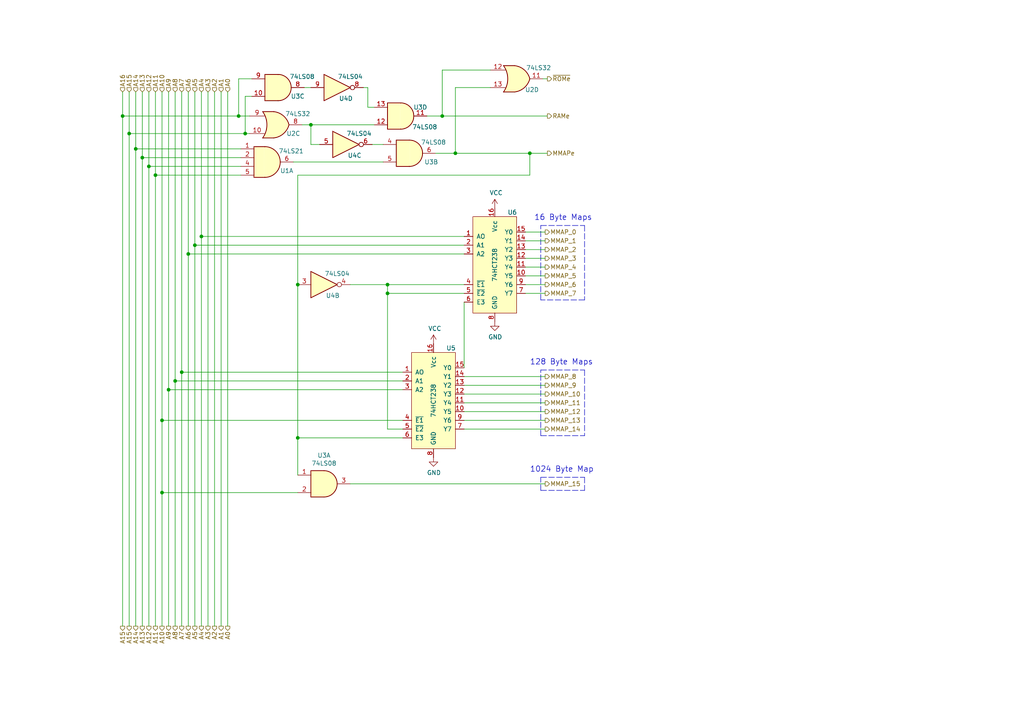
<source format=kicad_sch>
(kicad_sch (version 20211123) (generator eeschema)
  (paper "A4")
  (title_block (title "Memory Map Controller"))
  (lib_symbols
    (symbol "74xx:74LS04"
      (property "Reference" "U" (at 0 1.27 0))
      (property "Value" "74LS04" (at 0 -1.27 0))
      (symbol "74LS04_1_0"
        (polyline (pts (xy -3.81 3.81) (xy -3.81 -3.81) (xy 3.81 0) (xy -3.81 3.81)) (stroke (width 0.254)) (fill (type background)))
        (pin input line (at -7.62 0 0) (length 3.81) (name "~") (number "1"))
        (pin output inverted (at 7.62 0 180) (length 3.81) (name "~") (number "2"))
      )
      (symbol "74LS04_2_0"
        (polyline (pts (xy -3.81 3.81) (xy -3.81 -3.81) (xy 3.81 0) (xy -3.81 3.81)) (stroke (width 0.254)) (fill (type background)))
        (pin input line (at -7.62 0 0) (length 3.81) (name "~") (number "3"))
        (pin output inverted (at 7.62 0 180) (length 3.81) (name "~") (number "4"))
      )
      (symbol "74LS04_3_0"
        (polyline (pts (xy -3.81 3.81) (xy -3.81 -3.81) (xy 3.81 0) (xy -3.81 3.81)) (stroke (width 0.254)) (fill (type background)))
        (pin input line (at -7.62 0 0) (length 3.81) (name "~") (number "5"))
        (pin output inverted (at 7.62 0 180) (length 3.81) (name "~") (number "6"))
      )
      (symbol "74LS04_4_0"
        (polyline (pts (xy -3.81 3.81) (xy -3.81 -3.81) (xy 3.81 0) (xy -3.81 3.81)) (stroke (width 0.254)) (fill (type background)))
        (pin output inverted (at 7.62 0 180) (length 3.81) (name "~") (number "8"))
        (pin input line (at -7.62 0 0) (length 3.81) (name "~") (number "9"))
      )
      (symbol "74LS04_5_0"
        (polyline (pts (xy -3.81 3.81) (xy -3.81 -3.81) (xy 3.81 0) (xy -3.81 3.81)) (stroke (width 0.254)) (fill (type background)))
        (pin output inverted (at 7.62 0 180) (length 3.81) (name "~") (number "10"))
        (pin input line (at -7.62 0 0) (length 3.81) (name "~") (number "11"))
      )
      (symbol "74LS04_6_0"
        (polyline (pts (xy -3.81 3.81) (xy -3.81 -3.81) (xy 3.81 0) (xy -3.81 3.81)) (stroke (width 0.254)) (fill (type background)))
        (pin output inverted (at 7.62 0 180) (length 3.81) (name "~") (number "12"))
        (pin input line (at -7.62 0 0) (length 3.81) (name "~") (number "13"))
      )
      (symbol "74LS04_7_0"
        (pin power_in line (at 0 12.7 270) (length 5.08) (name "VCC") (number "14"))
        (pin power_in line (at 0 -12.7 90) (length 5.08) (name "GND") (number "7"))
      )
      (symbol "74LS04_7_1"
        (rectangle (start -5.08 7.62) (end 5.08 -7.62) (stroke (width 0.254)) (fill (type background)))
      )
    )
    (symbol "74xx:74LS08" (pin_names (offset 1.016))
      (property "Reference" "U" (at 0 1.27 0))
      (property "Value" "74LS08" (at 0 -1.27 0))
      (symbol "74LS08_1_1"
        (arc (start 0 -3.81) (mid 3.81 0) (end 0 3.81) (stroke (width 0.254)) (fill (type background)))
        (polyline (pts (xy 0 3.81) (xy -3.81 3.81) (xy -3.81 -3.81) (xy 0 -3.81)) (stroke (width 0.254)) (fill (type background)))
        (pin input line (at -7.62 2.54 0) (length 3.81) (name "~") (number "1"))
        (pin input line (at -7.62 -2.54 0) (length 3.81) (name "~") (number "2"))
        (pin output line (at 7.62 0 180) (length 3.81) (name "~") (number "3"))
      )
      (symbol "74LS08_1_2"
        (arc (start -3.81 -3.81) (mid -2.589 0) (end -3.81 3.81) (stroke (width 0.254)))
        (arc (start -0.6096 -3.81) (mid 2.1855 -2.584) (end 3.81 0) (stroke (width 0.254)) (fill (type background)))
        (polyline (pts (xy -3.81 -3.81) (xy -0.635 -3.81)) (stroke (width 0.254)) (fill (type background)))
        (polyline (pts (xy -3.81 3.81) (xy -0.635 3.81)) (stroke (width 0.254)) (fill (type background)))
        (polyline (pts (xy -0.635 3.81) (xy -3.81 3.81) (xy -3.81 3.81) (xy -3.556 3.4036) (xy -3.0226 2.2606) (xy -2.6924 1.0414) (xy -2.6162 -0.254) (xy -2.7686 -1.4986) (xy -3.175 -2.7178) (xy -3.81 -3.81) (xy -3.81 -3.81) (xy -0.635 -3.81)) (stroke (width -25.4)) (fill (type background)))
        (arc (start 3.81 0) (mid 2.1928 2.5925) (end -0.6096 3.81) (stroke (width 0.254)) (fill (type background)))
        (pin input inverted (at -7.62 2.54 0) (length 4.318) (name "~") (number "1"))
        (pin input inverted (at -7.62 -2.54 0) (length 4.318) (name "~") (number "2"))
        (pin output inverted (at 7.62 0 180) (length 3.81) (name "~") (number "3"))
      )
      (symbol "74LS08_2_1"
        (arc (start 0 -3.81) (mid 3.81 0) (end 0 3.81) (stroke (width 0.254)) (fill (type background)))
        (polyline (pts (xy 0 3.81) (xy -3.81 3.81) (xy -3.81 -3.81) (xy 0 -3.81)) (stroke (width 0.254)) (fill (type background)))
        (pin input line (at -7.62 2.54 0) (length 3.81) (name "~") (number "4"))
        (pin input line (at -7.62 -2.54 0) (length 3.81) (name "~") (number "5"))
        (pin output line (at 7.62 0 180) (length 3.81) (name "~") (number "6"))
      )
      (symbol "74LS08_2_2"
        (arc (start -3.81 -3.81) (mid -2.589 0) (end -3.81 3.81) (stroke (width 0.254)))
        (arc (start -0.6096 -3.81) (mid 2.1855 -2.584) (end 3.81 0) (stroke (width 0.254)) (fill (type background)))
        (polyline (pts (xy -3.81 -3.81) (xy -0.635 -3.81)) (stroke (width 0.254)) (fill (type background)))
        (polyline (pts (xy -3.81 3.81) (xy -0.635 3.81)) (stroke (width 0.254)) (fill (type background)))
        (polyline (pts (xy -0.635 3.81) (xy -3.81 3.81) (xy -3.81 3.81) (xy -3.556 3.4036) (xy -3.0226 2.2606) (xy -2.6924 1.0414) (xy -2.6162 -0.254) (xy -2.7686 -1.4986) (xy -3.175 -2.7178) (xy -3.81 -3.81) (xy -3.81 -3.81) (xy -0.635 -3.81)) (stroke (width -25.4)) (fill (type background)))
        (arc (start 3.81 0) (mid 2.1928 2.5925) (end -0.6096 3.81) (stroke (width 0.254)) (fill (type background)))
        (pin input inverted (at -7.62 2.54 0) (length 4.318) (name "~") (number "4"))
        (pin input inverted (at -7.62 -2.54 0) (length 4.318) (name "~") (number "5"))
        (pin output inverted (at 7.62 0 180) (length 3.81) (name "~") (number "6"))
      )
      (symbol "74LS08_3_1"
        (arc (start 0 -3.81) (mid 3.81 0) (end 0 3.81) (stroke (width 0.254)) (fill (type background)))
        (polyline (pts (xy 0 3.81) (xy -3.81 3.81) (xy -3.81 -3.81) (xy 0 -3.81)) (stroke (width 0.254)) (fill (type background)))
        (pin input line (at -7.62 -2.54 0) (length 3.81) (name "~") (number "10"))
        (pin output line (at 7.62 0 180) (length 3.81) (name "~") (number "8"))
        (pin input line (at -7.62 2.54 0) (length 3.81) (name "~") (number "9"))
      )
      (symbol "74LS08_3_2"
        (arc (start -3.81 -3.81) (mid -2.589 0) (end -3.81 3.81) (stroke (width 0.254)))
        (arc (start -0.6096 -3.81) (mid 2.1855 -2.584) (end 3.81 0) (stroke (width 0.254)) (fill (type background)))
        (polyline (pts (xy -3.81 -3.81) (xy -0.635 -3.81)) (stroke (width 0.254)) (fill (type background)))
        (polyline (pts (xy -3.81 3.81) (xy -0.635 3.81)) (stroke (width 0.254)) (fill (type background)))
        (polyline (pts (xy -0.635 3.81) (xy -3.81 3.81) (xy -3.81 3.81) (xy -3.556 3.4036) (xy -3.0226 2.2606) (xy -2.6924 1.0414) (xy -2.6162 -0.254) (xy -2.7686 -1.4986) (xy -3.175 -2.7178) (xy -3.81 -3.81) (xy -3.81 -3.81) (xy -0.635 -3.81)) (stroke (width -25.4)) (fill (type background)))
        (arc (start 3.81 0) (mid 2.1928 2.5925) (end -0.6096 3.81) (stroke (width 0.254)) (fill (type background)))
        (pin input inverted (at -7.62 -2.54 0) (length 4.318) (name "~") (number "10"))
        (pin output inverted (at 7.62 0 180) (length 3.81) (name "~") (number "8"))
        (pin input inverted (at -7.62 2.54 0) (length 4.318) (name "~") (number "9"))
      )
      (symbol "74LS08_4_1"
        (arc (start 0 -3.81) (mid 3.81 0) (end 0 3.81) (stroke (width 0.254)) (fill (type background)))
        (polyline (pts (xy 0 3.81) (xy -3.81 3.81) (xy -3.81 -3.81) (xy 0 -3.81)) (stroke (width 0.254)) (fill (type background)))
        (pin output line (at 7.62 0 180) (length 3.81) (name "~") (number "11"))
        (pin input line (at -7.62 2.54 0) (length 3.81) (name "~") (number "12"))
        (pin input line (at -7.62 -2.54 0) (length 3.81) (name "~") (number "13"))
      )
      (symbol "74LS08_4_2"
        (arc (start -3.81 -3.81) (mid -2.589 0) (end -3.81 3.81) (stroke (width 0.254)))
        (arc (start -0.6096 -3.81) (mid 2.1855 -2.584) (end 3.81 0) (stroke (width 0.254)) (fill (type background)))
        (polyline (pts (xy -3.81 -3.81) (xy -0.635 -3.81)) (stroke (width 0.254)) (fill (type background)))
        (polyline (pts (xy -3.81 3.81) (xy -0.635 3.81)) (stroke (width 0.254)) (fill (type background)))
        (polyline (pts (xy -0.635 3.81) (xy -3.81 3.81) (xy -3.81 3.81) (xy -3.556 3.4036) (xy -3.0226 2.2606) (xy -2.6924 1.0414) (xy -2.6162 -0.254) (xy -2.7686 -1.4986) (xy -3.175 -2.7178) (xy -3.81 -3.81) (xy -3.81 -3.81) (xy -0.635 -3.81)) (stroke (width -25.4)) (fill (type background)))
        (arc (start 3.81 0) (mid 2.1928 2.5925) (end -0.6096 3.81) (stroke (width 0.254)) (fill (type background)))
        (pin output inverted (at 7.62 0 180) (length 3.81) (name "~") (number "11"))
        (pin input inverted (at -7.62 2.54 0) (length 4.318) (name "~") (number "12"))
        (pin input inverted (at -7.62 -2.54 0) (length 4.318) (name "~") (number "13"))
      )
      (symbol "74LS08_5_0"
        (pin power_in line (at 0 12.7 270) (length 5.08) (name "VCC") (number "14"))
        (pin power_in line (at 0 -12.7 90) (length 5.08) (name "GND") (number "7"))
      )
      (symbol "74LS08_5_1"
        (rectangle (start -5.08 7.62) (end 5.08 -7.62) (stroke (width 0.254)) (fill (type background)))
      )
    )
    (symbol "74xx:74LS21" (pin_names (offset 1.016))
      (property "Reference" "U" (at 0 1.27 0))
      (property "Value" "74LS21" (at 0 -1.27 0))
      (symbol "74LS21_1_1"
        (arc (start -0.635 -4.445) (mid 3.81 0) (end -0.635 4.445) (stroke (width 0.254)) (fill (type background)))
        (polyline (pts (xy -0.635 4.445) (xy -3.81 4.445) (xy -3.81 -4.445) (xy -0.635 -4.445)) (stroke (width 0.254)) (fill (type background)))
        (pin input line (at -7.62 3.81 0) (length 3.81) (name "~") (number "1"))
        (pin input line (at -7.62 1.27 0) (length 3.81) (name "~") (number "2"))
        (pin input line (at -7.62 -1.27 0) (length 3.81) (name "~") (number "4"))
        (pin input line (at -7.62 -3.81 0) (length 3.81) (name "~") (number "5"))
        (pin output line (at 7.62 0 180) (length 3.81) (name "~") (number "6"))
      )
      (symbol "74LS21_1_2"
        (arc (start -3.81 -4.445) (mid -2.5908 0) (end -3.81 4.445) (stroke (width 0.254)))
        (arc (start -0.6096 -4.445) (mid 2.224 -2.8428) (end 3.81 0) (stroke (width 0.254)) (fill (type background)))
        (polyline (pts (xy -3.81 -4.445) (xy -0.635 -4.445)) (stroke (width 0.254)) (fill (type background)))
        (polyline (pts (xy -3.81 4.445) (xy -0.635 4.445)) (stroke (width 0.254)) (fill (type background)))
        (polyline (pts (xy -0.635 4.445) (xy -3.81 4.445) (xy -3.81 4.445) (xy -3.6322 4.0894) (xy -3.0988 2.921) (xy -2.7686 1.6764) (xy -2.6162 0.4318) (xy -2.6416 -0.8636) (xy -2.8702 -2.1082) (xy -3.2512 -3.3274) (xy -3.81 -4.445) (xy -3.81 -4.445) (xy -0.635 -4.445)) (stroke (width -25.4)) (fill (type background)))
        (arc (start 3.81 0) (mid 2.2198 2.8385) (end -0.6096 4.445) (stroke (width 0.254)) (fill (type background)))
        (pin input inverted (at -7.62 3.81 0) (length 3.81) (name "~") (number "1"))
        (pin input inverted (at -7.62 1.27 0) (length 4.826) (name "~") (number "2"))
        (pin input inverted (at -7.62 -1.27 0) (length 4.826) (name "~") (number "4"))
        (pin input inverted (at -7.62 -3.81 0) (length 3.81) (name "~") (number "5"))
        (pin output inverted (at 7.62 0 180) (length 3.81) (name "~") (number "6"))
      )
      (symbol "74LS21_2_1"
        (arc (start -0.635 -4.445) (mid 3.81 0) (end -0.635 4.445) (stroke (width 0.254)) (fill (type background)))
        (polyline (pts (xy -0.635 4.445) (xy -3.81 4.445) (xy -3.81 -4.445) (xy -0.635 -4.445)) (stroke (width 0.254)) (fill (type background)))
        (pin input line (at -7.62 1.27 0) (length 3.81) (name "~") (number "10"))
        (pin input line (at -7.62 -1.27 0) (length 3.81) (name "~") (number "12"))
        (pin input line (at -7.62 -3.81 0) (length 3.81) (name "~") (number "13"))
        (pin output line (at 7.62 0 180) (length 3.81) (name "~") (number "8"))
        (pin input line (at -7.62 3.81 0) (length 3.81) (name "~") (number "9"))
      )
      (symbol "74LS21_2_2"
        (arc (start -3.81 -4.445) (mid -2.5908 0) (end -3.81 4.445) (stroke (width 0.254)))
        (arc (start -0.6096 -4.445) (mid 2.224 -2.8428) (end 3.81 0) (stroke (width 0.254)) (fill (type background)))
        (polyline (pts (xy -3.81 -4.445) (xy -0.635 -4.445)) (stroke (width 0.254)) (fill (type background)))
        (polyline (pts (xy -3.81 4.445) (xy -0.635 4.445)) (stroke (width 0.254)) (fill (type background)))
        (polyline (pts (xy -0.635 4.445) (xy -3.81 4.445) (xy -3.81 4.445) (xy -3.6322 4.0894) (xy -3.0988 2.921) (xy -2.7686 1.6764) (xy -2.6162 0.4318) (xy -2.6416 -0.8636) (xy -2.8702 -2.1082) (xy -3.2512 -3.3274) (xy -3.81 -4.445) (xy -3.81 -4.445) (xy -0.635 -4.445)) (stroke (width -25.4)) (fill (type background)))
        (arc (start 3.81 0) (mid 2.2198 2.8385) (end -0.6096 4.445) (stroke (width 0.254)) (fill (type background)))
        (pin input inverted (at -7.62 1.27 0) (length 4.826) (name "~") (number "10"))
        (pin input inverted (at -7.62 -1.27 0) (length 4.826) (name "~") (number "12"))
        (pin input inverted (at -7.62 -3.81 0) (length 3.81) (name "~") (number "13"))
        (pin output inverted (at 7.62 0 180) (length 3.81) (name "~") (number "8"))
        (pin input inverted (at -7.62 3.81 0) (length 3.81) (name "~") (number "9"))
      )
      (symbol "74LS21_3_0"
        (pin power_in line (at 0 12.7 270) (length 5.08) (name "VCC") (number "14"))
        (pin power_in line (at 0 -12.7 90) (length 5.08) (name "GND") (number "7"))
      )
      (symbol "74LS21_3_1"
        (rectangle (start -5.08 7.62) (end 5.08 -7.62) (stroke (width 0.254)) (fill (type background)))
      )
    )
    (symbol "74xx:74LS32" (pin_names (offset 1.016))
      (property "Reference" "U" (at 0 1.27 0))
      (property "Value" "74LS32" (at 0 -1.27 0))
      (symbol "74LS32_1_1"
        (arc (start -3.81 -3.81) (mid -2.589 0) (end -3.81 3.81) (stroke (width 0.254)))
        (arc (start -0.6096 -3.81) (mid 2.1855 -2.584) (end 3.81 0) (stroke (width 0.254)) (fill (type background)))
        (polyline (pts (xy -3.81 -3.81) (xy -0.635 -3.81)) (stroke (width 0.254)) (fill (type background)))
        (polyline (pts (xy -3.81 3.81) (xy -0.635 3.81)) (stroke (width 0.254)) (fill (type background)))
        (polyline (pts (xy -0.635 3.81) (xy -3.81 3.81) (xy -3.81 3.81) (xy -3.556 3.4036) (xy -3.0226 2.2606) (xy -2.6924 1.0414) (xy -2.6162 -0.254) (xy -2.7686 -1.4986) (xy -3.175 -2.7178) (xy -3.81 -3.81) (xy -3.81 -3.81) (xy -0.635 -3.81)) (stroke (width -25.4)) (fill (type background)))
        (arc (start 3.81 0) (mid 2.1928 2.5925) (end -0.6096 3.81) (stroke (width 0.254)) (fill (type background)))
        (pin input line (at -7.62 2.54 0) (length 4.318) (name "~") (number "1"))
        (pin input line (at -7.62 -2.54 0) (length 4.318) (name "~") (number "2"))
        (pin output line (at 7.62 0 180) (length 3.81) (name "~") (number "3"))
      )
      (symbol "74LS32_1_2"
        (arc (start 0 -3.81) (mid 3.81 0) (end 0 3.81) (stroke (width 0.254)) (fill (type background)))
        (polyline (pts (xy 0 3.81) (xy -3.81 3.81) (xy -3.81 -3.81) (xy 0 -3.81)) (stroke (width 0.254)) (fill (type background)))
        (pin input inverted (at -7.62 2.54 0) (length 3.81) (name "~") (number "1"))
        (pin input inverted (at -7.62 -2.54 0) (length 3.81) (name "~") (number "2"))
        (pin output inverted (at 7.62 0 180) (length 3.81) (name "~") (number "3"))
      )
      (symbol "74LS32_2_1"
        (arc (start -3.81 -3.81) (mid -2.589 0) (end -3.81 3.81) (stroke (width 0.254)))
        (arc (start -0.6096 -3.81) (mid 2.1855 -2.584) (end 3.81 0) (stroke (width 0.254)) (fill (type background)))
        (polyline (pts (xy -3.81 -3.81) (xy -0.635 -3.81)) (stroke (width 0.254)) (fill (type background)))
        (polyline (pts (xy -3.81 3.81) (xy -0.635 3.81)) (stroke (width 0.254)) (fill (type background)))
        (polyline (pts (xy -0.635 3.81) (xy -3.81 3.81) (xy -3.81 3.81) (xy -3.556 3.4036) (xy -3.0226 2.2606) (xy -2.6924 1.0414) (xy -2.6162 -0.254) (xy -2.7686 -1.4986) (xy -3.175 -2.7178) (xy -3.81 -3.81) (xy -3.81 -3.81) (xy -0.635 -3.81)) (stroke (width -25.4)) (fill (type background)))
        (arc (start 3.81 0) (mid 2.1928 2.5925) (end -0.6096 3.81) (stroke (width 0.254)) (fill (type background)))
        (pin input line (at -7.62 2.54 0) (length 4.318) (name "~") (number "4"))
        (pin input line (at -7.62 -2.54 0) (length 4.318) (name "~") (number "5"))
        (pin output line (at 7.62 0 180) (length 3.81) (name "~") (number "6"))
      )
      (symbol "74LS32_2_2"
        (arc (start 0 -3.81) (mid 3.81 0) (end 0 3.81) (stroke (width 0.254)) (fill (type background)))
        (polyline (pts (xy 0 3.81) (xy -3.81 3.81) (xy -3.81 -3.81) (xy 0 -3.81)) (stroke (width 0.254)) (fill (type background)))
        (pin input inverted (at -7.62 2.54 0) (length 3.81) (name "~") (number "4"))
        (pin input inverted (at -7.62 -2.54 0) (length 3.81) (name "~") (number "5"))
        (pin output inverted (at 7.62 0 180) (length 3.81) (name "~") (number "6"))
      )
      (symbol "74LS32_3_1"
        (arc (start -3.81 -3.81) (mid -2.589 0) (end -3.81 3.81) (stroke (width 0.254)))
        (arc (start -0.6096 -3.81) (mid 2.1855 -2.584) (end 3.81 0) (stroke (width 0.254)) (fill (type background)))
        (polyline (pts (xy -3.81 -3.81) (xy -0.635 -3.81)) (stroke (width 0.254)) (fill (type background)))
        (polyline (pts (xy -3.81 3.81) (xy -0.635 3.81)) (stroke (width 0.254)) (fill (type background)))
        (polyline (pts (xy -0.635 3.81) (xy -3.81 3.81) (xy -3.81 3.81) (xy -3.556 3.4036) (xy -3.0226 2.2606) (xy -2.6924 1.0414) (xy -2.6162 -0.254) (xy -2.7686 -1.4986) (xy -3.175 -2.7178) (xy -3.81 -3.81) (xy -3.81 -3.81) (xy -0.635 -3.81)) (stroke (width -25.4)) (fill (type background)))
        (arc (start 3.81 0) (mid 2.1928 2.5925) (end -0.6096 3.81) (stroke (width 0.254)) (fill (type background)))
        (pin input line (at -7.62 -2.54 0) (length 4.318) (name "~") (number "10"))
        (pin output line (at 7.62 0 180) (length 3.81) (name "~") (number "8"))
        (pin input line (at -7.62 2.54 0) (length 4.318) (name "~") (number "9"))
      )
      (symbol "74LS32_3_2"
        (arc (start 0 -3.81) (mid 3.81 0) (end 0 3.81) (stroke (width 0.254)) (fill (type background)))
        (polyline (pts (xy 0 3.81) (xy -3.81 3.81) (xy -3.81 -3.81) (xy 0 -3.81)) (stroke (width 0.254)) (fill (type background)))
        (pin input inverted (at -7.62 -2.54 0) (length 3.81) (name "~") (number "10"))
        (pin output inverted (at 7.62 0 180) (length 3.81) (name "~") (number "8"))
        (pin input inverted (at -7.62 2.54 0) (length 3.81) (name "~") (number "9"))
      )
      (symbol "74LS32_4_1"
        (arc (start -3.81 -3.81) (mid -2.589 0) (end -3.81 3.81) (stroke (width 0.254)))
        (arc (start -0.6096 -3.81) (mid 2.1855 -2.584) (end 3.81 0) (stroke (width 0.254)) (fill (type background)))
        (polyline (pts (xy -3.81 -3.81) (xy -0.635 -3.81)) (stroke (width 0.254)) (fill (type background)))
        (polyline (pts (xy -3.81 3.81) (xy -0.635 3.81)) (stroke (width 0.254)) (fill (type background)))
        (polyline (pts (xy -0.635 3.81) (xy -3.81 3.81) (xy -3.81 3.81) (xy -3.556 3.4036) (xy -3.0226 2.2606) (xy -2.6924 1.0414) (xy -2.6162 -0.254) (xy -2.7686 -1.4986) (xy -3.175 -2.7178) (xy -3.81 -3.81) (xy -3.81 -3.81) (xy -0.635 -3.81)) (stroke (width -25.4)) (fill (type background)))
        (arc (start 3.81 0) (mid 2.1928 2.5925) (end -0.6096 3.81) (stroke (width 0.254)) (fill (type background)))
        (pin output line (at 7.62 0 180) (length 3.81) (name "~") (number "11"))
        (pin input line (at -7.62 2.54 0) (length 4.318) (name "~") (number "12"))
        (pin input line (at -7.62 -2.54 0) (length 4.318) (name "~") (number "13"))
      )
      (symbol "74LS32_4_2"
        (arc (start 0 -3.81) (mid 3.81 0) (end 0 3.81) (stroke (width 0.254)) (fill (type background)))
        (polyline (pts (xy 0 3.81) (xy -3.81 3.81) (xy -3.81 -3.81) (xy 0 -3.81)) (stroke (width 0.254)) (fill (type background)))
        (pin output inverted (at 7.62 0 180) (length 3.81) (name "~") (number "11"))
        (pin input inverted (at -7.62 2.54 0) (length 3.81) (name "~") (number "12"))
        (pin input inverted (at -7.62 -2.54 0) (length 3.81) (name "~") (number "13"))
      )
      (symbol "74LS32_5_0"
        (pin power_in line (at 0 12.7 270) (length 5.08) (name "VCC") (number "14"))
        (pin power_in line (at 0 -12.7 90) (length 5.08) (name "GND") (number "7"))
      )
      (symbol "74LS32_5_1"
        (rectangle (start -5.08 7.62) (end 5.08 -7.62) (stroke (width 0.254)) (fill (type background)))
      )
    )
    (symbol "common-symbols:74HCT238" (pin_names (offset 1.016))
      (property "Reference" "U" (at 15.875 31.115 0))
      (property "Value" "74HCT238" (at 0 0 90))
      (symbol "74HCT238_0_0"
        (pin input line (at -8.89 7.62 0) (length 2.54) (name "AO") (number "1"))
        (pin output line (at 8.89 -3.81 180) (length 2.54) (name "Y5") (number "10"))
        (pin output line (at 8.89 -1.27 180) (length 2.54) (name "Y4") (number "11"))
        (pin output line (at 8.89 1.27 180) (length 2.54) (name "Y3") (number "12"))
        (pin output line (at 8.89 3.81 180) (length 2.54) (name "Y2") (number "13"))
        (pin output line (at 8.89 6.35 180) (length 2.54) (name "Y1") (number "14"))
        (pin output line (at 8.89 8.89 180) (length 2.54) (name "Y0") (number "15"))
        (pin power_in line (at 0 15.875 270) (length 2.54) (name "Vcc") (number "16"))
        (pin input line (at -8.89 5.08 0) (length 2.54) (name "A1") (number "2"))
        (pin input line (at -8.89 2.54 0) (length 2.54) (name "A2") (number "3"))
        (pin input line (at -8.89 -6.35 0) (length 2.54) (name "~{E1}") (number "4"))
        (pin input line (at -8.89 -8.89 0) (length 2.54) (name "~{E2}") (number "5"))
        (pin input line (at -8.89 -11.43 0) (length 2.54) (name "E3") (number "6"))
        (pin output line (at 8.89 -8.89 180) (length 2.54) (name "Y7") (number "7"))
        (pin power_in line (at 0 -17.145 90) (length 2.54) (name "GND") (number "8"))
        (pin output line (at 8.89 -6.35 180) (length 2.54) (name "Y6") (number "9"))
      )
      (symbol "74HCT238_0_1"
        (rectangle (start 6.35 -14.605) (end -6.35 13.335) (fill (type background)))
      )
    )
    (symbol "power:GND" (power) (pin_names (offset 0))
      (property "Value" "GND" (at 0 -3.81 0))
      (symbol "GND_0_1"
        (polyline (pts (xy 0 0) (xy 0 -1.27) (xy 1.27 -1.27) (xy 0 -2.54) (xy -1.27 -1.27) (xy 0 -1.27)))
      )
      (symbol "GND_1_1"
        (pin power_in line (at 0 0 270) (length 0) hide (name "GND") (number "1"))
      )
    )
    (symbol "power:VCC" (power) (pin_names (offset 0))
      (property "Value" "VCC" (at 0 3.81 0))
      (symbol "VCC_0_1"
        (polyline (pts (xy -0.762 1.27) (xy 0 2.54)))
        (polyline (pts (xy 0 0) (xy 0 2.54)))
        (polyline (pts (xy 0 2.54) (xy 0.762 1.27)))
      )
      (symbol "VCC_1_1"
        (pin power_in line (at 0 0 90) (length 0) hide (name "VCC") (number "1"))
      )
    )
  )
  (junction (at 43.18 48.26))
  (junction (at 46.99 121.92))
  (junction (at 37.465 38.735))
  (junction (at 45.085 50.8))
  (junction (at 153.67 44.45))
  (junction (at 112.395 85.09))
  (junction (at 56.515 71.12))
  (junction (at 35.56 33.655))
  (junction (at 48.895 113.03))
  (junction (at 39.37 43.18))
  (junction (at 86.36 127))
  (junction (at 69.215 33.655))
  (junction (at 52.705 107.95))
  (junction (at 128.27 33.655))
  (junction (at 71.12 38.735))
  (junction (at 54.61 73.66))
  (junction (at 46.99 142.875))
  (junction (at 50.8 110.49))
  (junction (at 58.42 68.58))
  (junction (at 112.395 82.55))
  (junction (at 90.17 36.195))
  (junction (at 132.08 44.45))
  (junction (at 41.275 45.72))
  (junction (at 86.36 82.55))
  (wire (pts (xy 152.4 69.85) (xy 158.115 69.85)))
  (wire (pts (xy 132.08 25.4) (xy 142.24 25.4)))
  (wire (pts (xy 152.4 82.55) (xy 158.115 82.55)))
  (wire (pts (xy 54.61 26.67) (xy 54.61 73.66)))
  (wire (pts (xy 69.85 43.18) (xy 39.37 43.18)))
  (wire (pts (xy 50.8 26.67) (xy 50.8 110.49)))
  (wire (pts (xy 101.6 140.335) (xy 158.115 140.335)))
  (wire (pts (xy 35.56 26.67) (xy 35.56 33.655)))
  (wire (pts (xy 72.39 38.735) (xy 71.12 38.735)))
  (wire (pts (xy 62.23 26.67) (xy 62.23 181.61)))
  (wire (pts (xy 69.85 50.8) (xy 45.085 50.8)))
  (wire (pts (xy 48.895 113.03) (xy 48.895 181.61)))
  (wire (pts (xy 41.275 45.72) (xy 41.275 181.61)))
  (wire (pts (xy 132.08 44.45) (xy 153.67 44.45)))
  (wire (pts (xy 54.61 73.66) (xy 54.61 181.61)))
  (wire (pts (xy 41.275 26.67) (xy 41.275 45.72)))
  (wire (pts (xy 50.8 110.49) (xy 50.8 181.61)))
  (wire (pts (xy 90.17 41.91) (xy 90.17 36.195)))
  (wire (pts (xy 116.84 110.49) (xy 50.8 110.49)))
  (wire (pts (xy 86.36 82.55) (xy 86.36 50.8)))
  (wire (pts (xy 39.37 43.18) (xy 39.37 26.67)))
  (wire (pts (xy 134.62 114.3) (xy 158.115 114.3)))
  (wire (pts (xy 86.36 142.875) (xy 46.99 142.875)))
  (wire (pts (xy 157.48 22.86) (xy 158.75 22.86)))
  (wire (pts (xy 107.95 41.91) (xy 111.125 41.91)))
  (wire (pts (xy 90.17 36.195) (xy 108.585 36.195)))
  (wire (pts (xy 152.4 67.31) (xy 158.115 67.31)))
  (wire (pts (xy 134.62 111.76) (xy 158.115 111.76)))
  (polyline (pts (xy 156.845 142.24) (xy 156.845 138.43)))
  (wire (pts (xy 134.62 71.12) (xy 56.515 71.12)))
  (polyline (pts (xy 156.845 142.24) (xy 169.545 142.24)))
  (wire (pts (xy 134.62 106.68) (xy 134.62 87.63)))
  (wire (pts (xy 123.825 33.655) (xy 128.27 33.655)))
  (wire (pts (xy 72.39 33.655) (xy 69.215 33.655)))
  (wire (pts (xy 69.85 48.26) (xy 43.18 48.26)))
  (wire (pts (xy 128.27 33.655) (xy 128.27 20.32)))
  (polyline (pts (xy 156.845 138.43) (xy 169.545 138.43)))
  (wire (pts (xy 112.395 85.09) (xy 112.395 124.46)))
  (wire (pts (xy 152.4 72.39) (xy 158.115 72.39)))
  (wire (pts (xy 112.395 124.46) (xy 116.84 124.46)))
  (wire (pts (xy 158.115 124.46) (xy 134.62 124.46)))
  (wire (pts (xy 116.84 107.95) (xy 52.705 107.95)))
  (wire (pts (xy 112.395 85.09) (xy 134.62 85.09)))
  (wire (pts (xy 48.895 26.67) (xy 48.895 113.03)))
  (wire (pts (xy 152.4 74.93) (xy 158.115 74.93)))
  (wire (pts (xy 35.56 33.655) (xy 35.56 181.61)))
  (wire (pts (xy 52.705 107.95) (xy 52.705 181.61)))
  (wire (pts (xy 86.36 127) (xy 116.84 127)))
  (wire (pts (xy 45.085 26.67) (xy 45.085 50.8)))
  (wire (pts (xy 101.6 82.55) (xy 112.395 82.55)))
  (wire (pts (xy 134.62 116.84) (xy 158.115 116.84)))
  (wire (pts (xy 152.4 77.47) (xy 158.115 77.47)))
  (wire (pts (xy 46.99 26.67) (xy 46.99 121.92)))
  (wire (pts (xy 153.67 44.45) (xy 158.75 44.45)))
  (wire (pts (xy 128.27 33.655) (xy 158.75 33.655)))
  (wire (pts (xy 106.68 31.115) (xy 108.585 31.115)))
  (wire (pts (xy 92.71 41.91) (xy 90.17 41.91)))
  (wire (pts (xy 58.42 68.58) (xy 58.42 181.61)))
  (wire (pts (xy 134.62 73.66) (xy 54.61 73.66)))
  (wire (pts (xy 86.36 82.55) (xy 86.36 127)))
  (wire (pts (xy 153.67 50.8) (xy 153.67 44.45)))
  (wire (pts (xy 69.215 22.86) (xy 69.215 33.655)))
  (wire (pts (xy 39.37 181.61) (xy 39.37 43.18)))
  (polyline (pts (xy 156.845 126.365) (xy 156.845 107.315)))
  (wire (pts (xy 52.705 26.67) (xy 52.705 107.95)))
  (wire (pts (xy 152.4 80.01) (xy 158.115 80.01)))
  (wire (pts (xy 37.465 26.67) (xy 37.465 38.735)))
  (polyline (pts (xy 156.845 126.365) (xy 169.545 126.365)))
  (polyline (pts (xy 169.545 65.405) (xy 169.545 86.995)))
  (polyline (pts (xy 156.845 107.315) (xy 169.545 107.315)))
  (wire (pts (xy 71.12 38.735) (xy 37.465 38.735)))
  (wire (pts (xy 73.025 27.94) (xy 71.12 27.94)))
  (wire (pts (xy 105.41 25.4) (xy 106.68 25.4)))
  (wire (pts (xy 69.215 33.655) (xy 35.56 33.655)))
  (wire (pts (xy 116.84 121.92) (xy 46.99 121.92)))
  (wire (pts (xy 132.08 44.45) (xy 132.08 25.4)))
  (wire (pts (xy 134.62 68.58) (xy 58.42 68.58)))
  (wire (pts (xy 106.68 25.4) (xy 106.68 31.115)))
  (wire (pts (xy 85.09 46.99) (xy 111.125 46.99)))
  (polyline (pts (xy 156.845 65.405) (xy 169.545 65.405)))
  (wire (pts (xy 56.515 181.61) (xy 56.515 71.12)))
  (wire (pts (xy 134.62 119.38) (xy 158.115 119.38)))
  (wire (pts (xy 86.36 50.8) (xy 153.67 50.8)))
  (wire (pts (xy 46.99 142.875) (xy 46.99 181.61)))
  (wire (pts (xy 134.62 109.22) (xy 158.115 109.22)))
  (wire (pts (xy 126.365 44.45) (xy 132.08 44.45)))
  (wire (pts (xy 158.115 121.92) (xy 134.62 121.92)))
  (wire (pts (xy 86.36 127) (xy 86.36 137.795)))
  (wire (pts (xy 73.025 22.86) (xy 69.215 22.86)))
  (wire (pts (xy 46.99 121.92) (xy 46.99 142.875)))
  (polyline (pts (xy 169.545 107.315) (xy 169.545 126.365)))
  (wire (pts (xy 112.395 82.55) (xy 134.62 82.55)))
  (wire (pts (xy 152.4 85.09) (xy 158.115 85.09)))
  (wire (pts (xy 43.18 181.61) (xy 43.18 48.26)))
  (wire (pts (xy 45.085 50.8) (xy 45.085 181.61)))
  (wire (pts (xy 64.135 181.61) (xy 64.135 26.67)))
  (wire (pts (xy 66.04 26.67) (xy 66.04 181.61)))
  (wire (pts (xy 112.395 82.55) (xy 112.395 85.09)))
  (wire (pts (xy 60.325 181.61) (xy 60.325 26.67)))
  (wire (pts (xy 71.12 27.94) (xy 71.12 38.735)))
  (wire (pts (xy 69.85 45.72) (xy 41.275 45.72)))
  (wire (pts (xy 116.84 113.03) (xy 48.895 113.03)))
  (polyline (pts (xy 169.545 138.43) (xy 169.545 142.24)))
  (polyline (pts (xy 169.545 86.995) (xy 156.845 86.995)))
  (wire (pts (xy 43.18 48.26) (xy 43.18 26.67)))
  (wire (pts (xy 56.515 71.12) (xy 56.515 26.67)))
  (wire (pts (xy 37.465 38.735) (xy 37.465 181.61)))
  (wire (pts (xy 128.27 20.32) (xy 142.24 20.32)))
  (wire (pts (xy 88.265 25.4) (xy 90.17 25.4)))
  (wire (pts (xy 58.42 26.67) (xy 58.42 68.58)))
  (wire (pts (xy 87.63 36.195) (xy 90.17 36.195)))
  (polyline (pts (xy 156.845 86.995) (xy 156.845 65.405)))
  (text "128 Byte Maps" (at 153.67 106.045 0) (effects (font (size 1.6002 1.6002)) (justify left bottom)))
  (text "1024 Byte Map" (at 153.67 137.16 0) (effects (font (size 1.6002 1.6002)) (justify left bottom)))
  (text "16 Byte Maps" (at 154.94 64.135 0) (effects (font (size 1.6002 1.6002)) (justify left bottom)))
  (hierarchical_label "A14" (shape output) (at 39.37 181.61 270))
  (hierarchical_label "A8" (shape input) (at 50.8 26.67 90))
  (hierarchical_label "A7" (shape input) (at 52.705 26.67 90))
  (hierarchical_label "A10" (shape input) (at 46.99 26.67 90))
  (hierarchical_label "MMAP_8" (shape output) (at 158.115 109.22 0))
  (hierarchical_label "A13" (shape input) (at 41.275 26.67 90))
  (hierarchical_label "A13" (shape output) (at 41.275 181.61 270))
  (hierarchical_label "A11" (shape input) (at 45.085 26.67 90))
  (hierarchical_label "A4" (shape input) (at 58.42 26.67 90))
  (hierarchical_label "A0" (shape output) (at 66.04 181.61 270))
  (hierarchical_label "A16" (shape input) (at 35.56 26.67 90))
  (hierarchical_label "A4" (shape output) (at 58.42 181.61 270))
  (hierarchical_label "MMAP_9" (shape output) (at 158.115 111.76 0))
  (hierarchical_label "MMAP_14" (shape output) (at 158.115 124.46 0))
  (hierarchical_label "MMAP_13" (shape output) (at 158.115 121.92 0))
  (hierarchical_label "MMAPe" (shape output) (at 158.75 44.45 0))
  (hierarchical_label "MMAP_12" (shape output) (at 158.115 119.38 0))
  (hierarchical_label "A12" (shape output) (at 43.18 181.61 270))
  (hierarchical_label "MMAP_6" (shape output) (at 158.115 82.55 0))
  (hierarchical_label "A1" (shape input) (at 64.135 26.67 90))
  (hierarchical_label "MMAP_2" (shape output) (at 158.115 72.39 0))
  (hierarchical_label "MMAP_1" (shape output) (at 158.115 69.85 0))
  (hierarchical_label "A3" (shape output) (at 60.325 181.61 270))
  (hierarchical_label "A6" (shape output) (at 54.61 181.61 270))
  (hierarchical_label "A8" (shape output) (at 50.8 181.61 270))
  (hierarchical_label "MMAP_0" (shape output) (at 158.115 67.31 0))
  (hierarchical_label "A2" (shape input) (at 62.23 26.67 90))
  (hierarchical_label "A0" (shape input) (at 66.04 26.67 90))
  (hierarchical_label "A10" (shape output) (at 46.99 181.61 270))
  (hierarchical_label "MMAP_7" (shape output) (at 158.115 85.09 0))
  (hierarchical_label "MMAP_5" (shape output) (at 158.115 80.01 0))
  (hierarchical_label "A5" (shape input) (at 56.515 26.67 90))
  (hierarchical_label "A6" (shape input) (at 54.61 26.67 90))
  (hierarchical_label "A15" (shape output) (at 35.56 181.61 270))
  (hierarchical_label "A5" (shape output) (at 56.515 181.61 270))
  (hierarchical_label "~{ROMe}" (shape output) (at 158.75 22.86 0))
  (hierarchical_label "A9" (shape input) (at 48.895 26.67 90))
  (hierarchical_label "RAMe" (shape output) (at 158.75 33.655 0))
  (hierarchical_label "A7" (shape output) (at 52.705 181.61 270))
  (hierarchical_label "A2" (shape output) (at 62.23 181.61 270))
  (hierarchical_label "A12" (shape input) (at 43.18 26.67 90))
  (hierarchical_label "MMAP_4" (shape output) (at 158.115 77.47 0))
  (hierarchical_label "MMAP_15" (shape output) (at 158.115 140.335 0))
  (hierarchical_label "A15" (shape output) (at 37.465 181.61 270))
  (hierarchical_label "A11" (shape output) (at 45.085 181.61 270))
  (hierarchical_label "MMAP_10" (shape output) (at 158.115 114.3 0))
  (hierarchical_label "A1" (shape output) (at 64.135 181.61 270))
  (hierarchical_label "A3" (shape input) (at 60.325 26.67 90))
  (hierarchical_label "A9" (shape output) (at 48.895 181.61 270))
  (hierarchical_label "MMAP_11" (shape output) (at 158.115 116.84 0))
  (hierarchical_label "A15" (shape input) (at 37.465 26.67 90))
  (hierarchical_label "A14" (shape input) (at 39.37 26.67 90))
  (hierarchical_label "MMAP_3" (shape output) (at 158.115 74.93 0))
  (symbol (lib_id "74xx:74LS32") (at 149.86 22.86 0) (unit 4)
    (property "Reference" "U2" (at 154.305 26.035 0))
    (property "Value" "74LS32" (at 156.21 19.685 0))
    (property "Datasheet" "http://www.ti.com/lit/gpn/sn74LS32" (effects hide))
  )
  (symbol (lib_id "74xx:74LS32") (at 80.01 36.195 0) (unit 3)
    (property "Reference" "U2" (at 85.09 38.735 0))
    (property "Value" "74LS32" (at 86.36 33.02 0))
    (property "Datasheet" "http://www.ti.com/lit/gpn/sn74LS32" (effects hide))
  )
  (symbol (lib_id "74xx:74LS08") (at 80.645 25.4 0) (unit 3)
    (property "Reference" "U3" (at 86.36 27.94 0))
    (property "Value" "74LS08" (at 87.63 22.225 0))
    (property "Datasheet" "http://www.ti.com/lit/gpn/sn74LS08" (effects hide))
  )
  (symbol (lib_id "74xx:74LS04") (at 97.79 25.4 0) (unit 4)
    (property "Reference" "U4" (at 100.33 28.575 0))
    (property "Value" "74LS04" (at 101.6 22.225 0))
    (property "Datasheet" "http://www.ti.com/lit/gpn/sn74LS04" (effects hide))
  )
  (symbol (lib_id "74xx:74LS08") (at 116.205 33.655 0) (mirror x) (unit 4)
    (property "Reference" "U3" (at 121.92 31.115 0))
    (property "Value" "74LS08" (at 123.19 36.83 0))
    (property "Datasheet" "http://www.ti.com/lit/gpn/sn74LS08" (effects hide))
  )
  (symbol (lib_id "74xx:74LS21") (at 77.47 46.99 0) (unit 1)
    (property "Reference" "U1" (at 83.185 49.53 0))
    (property "Value" "74LS21" (at 84.455 43.815 0))
    (property "Datasheet" "http://www.ti.com/lit/gpn/sn74LS21" (effects hide))
  )
  (symbol (lib_id "74xx:74LS04") (at 100.33 41.91 0) (unit 3)
    (property "Reference" "U4" (at 102.87 45.085 0))
    (property "Value" "74LS04" (at 104.14 38.735 0))
    (property "Datasheet" "http://www.ti.com/lit/gpn/sn74LS04" (effects hide))
  )
  (symbol (lib_id "common-symbols:74HCT238") (at 143.51 76.2 0) (unit 1)
    (property "Reference" "U6" (at 148.59 61.595 0))
    (property "Value" "74HCT238" (at 143.51 76.835 90))
  )
  (symbol (lib_id "74xx:74LS04") (at 93.98 82.55 0) (unit 2)
    (property "Reference" "U4" (at 96.52 85.725 0))
    (property "Value" "74LS04" (at 97.79 79.375 0))
    (property "Datasheet" "http://www.ti.com/lit/gpn/sn74LS04" (effects hide))
  )
  (symbol (lib_id "74xx:74LS08") (at 93.98 140.335 0) (unit 1)
    (property "Reference" "U3" (at 93.98 132.08 0))
    (property "Value" "74LS08" (at 93.98 134.3914 0))
    (property "Datasheet" "http://www.ti.com/lit/gpn/sn74LS08" (effects hide))
  )
  (symbol (lib_id "74xx:74LS08") (at 118.745 44.45 0) (unit 2)
    (property "Reference" "U3" (at 125.095 46.99 0))
    (property "Value" "74LS08" (at 125.73 41.275 0))
    (property "Datasheet" "http://www.ti.com/lit/gpn/sn74LS08" (effects hide))
  )
  (symbol (lib_id "power:VCC") (at 143.51 60.325 0) (unit 1)
    (property "Reference" "#PWR03" (effects hide))
    (property "Value" "VCC" (at 143.891 55.9308 0))
  )
  (symbol (lib_id "power:VCC") (at 125.73 99.695 0) (unit 1)
    (property "Reference" "#PWR01" (effects hide))
    (property "Value" "VCC" (at 126.111 95.3008 0))
  )
  (symbol (lib_id "power:GND") (at 143.51 93.345 0) (unit 1)
    (property "Reference" "#PWR04" (effects hide))
    (property "Value" "GND" (at 143.637 97.7392 0))
  )
  (symbol (lib_id "power:GND") (at 125.73 132.715 0) (unit 1)
    (property "Reference" "#PWR02" (effects hide))
    (property "Value" "GND" (at 125.857 137.1092 0))
  )
  (symbol (lib_id "common-symbols:74HCT238") (at 125.73 115.57 0) (unit 1)
    (property "Reference" "U5" (at 130.81 100.965 0))
    (property "Value" "74HCT238" (at 125.73 116.205 90))
  )
)
</source>
